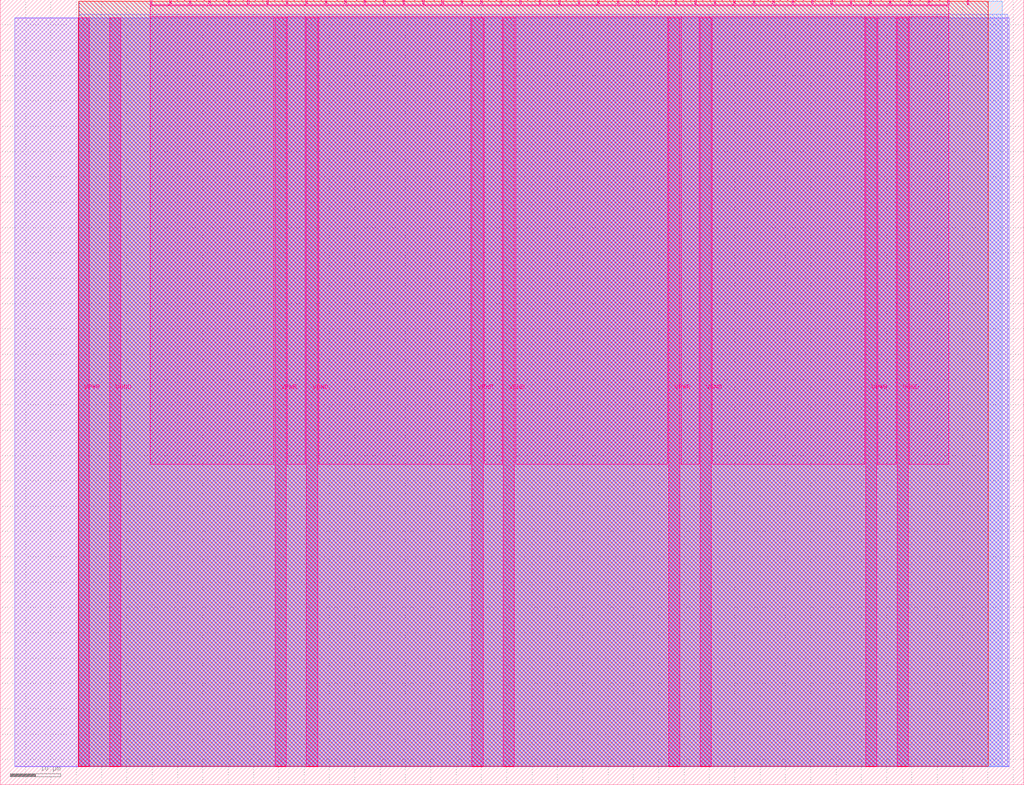
<source format=lef>
VERSION 5.7 ;
  NOWIREEXTENSIONATPIN ON ;
  DIVIDERCHAR "/" ;
  BUSBITCHARS "[]" ;
MACRO tt_um_rebeccargb_colorbars
  CLASS BLOCK ;
  FOREIGN tt_um_rebeccargb_colorbars ;
  ORIGIN 0.000 0.000 ;
  SIZE 202.080 BY 154.980 ;
  PIN VGND
    DIRECTION INOUT ;
    USE GROUND ;
    PORT
      LAYER Metal5 ;
        RECT 21.580 3.560 23.780 151.420 ;
    END
    PORT
      LAYER Metal5 ;
        RECT 60.450 3.560 62.650 151.420 ;
    END
    PORT
      LAYER Metal5 ;
        RECT 99.320 3.560 101.520 151.420 ;
    END
    PORT
      LAYER Metal5 ;
        RECT 138.190 3.560 140.390 151.420 ;
    END
    PORT
      LAYER Metal5 ;
        RECT 177.060 3.560 179.260 151.420 ;
    END
  END VGND
  PIN VPWR
    DIRECTION INOUT ;
    USE POWER ;
    PORT
      LAYER Metal5 ;
        RECT 15.380 3.560 17.580 151.420 ;
    END
    PORT
      LAYER Metal5 ;
        RECT 54.250 3.560 56.450 151.420 ;
    END
    PORT
      LAYER Metal5 ;
        RECT 93.120 3.560 95.320 151.420 ;
    END
    PORT
      LAYER Metal5 ;
        RECT 131.990 3.560 134.190 151.420 ;
    END
    PORT
      LAYER Metal5 ;
        RECT 170.860 3.560 173.060 151.420 ;
    END
  END VPWR
  PIN clk
    DIRECTION INPUT ;
    USE SIGNAL ;
    ANTENNAGATEAREA 0.213200 ;
    PORT
      LAYER Metal5 ;
        RECT 187.050 153.980 187.350 154.980 ;
    END
  END clk
  PIN ena
    DIRECTION INPUT ;
    USE SIGNAL ;
    PORT
      LAYER Metal5 ;
        RECT 190.890 153.980 191.190 154.980 ;
    END
  END ena
  PIN rst_n
    DIRECTION INPUT ;
    USE SIGNAL ;
    ANTENNAGATEAREA 0.629200 ;
    PORT
      LAYER Metal5 ;
        RECT 183.210 153.980 183.510 154.980 ;
    END
  END rst_n
  PIN ui_in[0]
    DIRECTION INPUT ;
    USE SIGNAL ;
    ANTENNAGATEAREA 0.180700 ;
    PORT
      LAYER Metal5 ;
        RECT 179.370 153.980 179.670 154.980 ;
    END
  END ui_in[0]
  PIN ui_in[1]
    DIRECTION INPUT ;
    USE SIGNAL ;
    ANTENNAGATEAREA 0.180700 ;
    PORT
      LAYER Metal5 ;
        RECT 175.530 153.980 175.830 154.980 ;
    END
  END ui_in[1]
  PIN ui_in[2]
    DIRECTION INPUT ;
    USE SIGNAL ;
    ANTENNAGATEAREA 0.213200 ;
    PORT
      LAYER Metal5 ;
        RECT 171.690 153.980 171.990 154.980 ;
    END
  END ui_in[2]
  PIN ui_in[3]
    DIRECTION INPUT ;
    USE SIGNAL ;
    ANTENNAGATEAREA 0.213200 ;
    PORT
      LAYER Metal5 ;
        RECT 167.850 153.980 168.150 154.980 ;
    END
  END ui_in[3]
  PIN ui_in[4]
    DIRECTION INPUT ;
    USE SIGNAL ;
    ANTENNAGATEAREA 0.180700 ;
    PORT
      LAYER Metal5 ;
        RECT 164.010 153.980 164.310 154.980 ;
    END
  END ui_in[4]
  PIN ui_in[5]
    DIRECTION INPUT ;
    USE SIGNAL ;
    ANTENNAGATEAREA 0.180700 ;
    PORT
      LAYER Metal5 ;
        RECT 160.170 153.980 160.470 154.980 ;
    END
  END ui_in[5]
  PIN ui_in[6]
    DIRECTION INPUT ;
    USE SIGNAL ;
    ANTENNAGATEAREA 0.180700 ;
    PORT
      LAYER Metal5 ;
        RECT 156.330 153.980 156.630 154.980 ;
    END
  END ui_in[6]
  PIN ui_in[7]
    DIRECTION INPUT ;
    USE SIGNAL ;
    ANTENNAGATEAREA 0.180700 ;
    PORT
      LAYER Metal5 ;
        RECT 152.490 153.980 152.790 154.980 ;
    END
  END ui_in[7]
  PIN uio_in[0]
    DIRECTION INPUT ;
    USE SIGNAL ;
    PORT
      LAYER Metal5 ;
        RECT 148.650 153.980 148.950 154.980 ;
    END
  END uio_in[0]
  PIN uio_in[1]
    DIRECTION INPUT ;
    USE SIGNAL ;
    PORT
      LAYER Metal5 ;
        RECT 144.810 153.980 145.110 154.980 ;
    END
  END uio_in[1]
  PIN uio_in[2]
    DIRECTION INPUT ;
    USE SIGNAL ;
    PORT
      LAYER Metal5 ;
        RECT 140.970 153.980 141.270 154.980 ;
    END
  END uio_in[2]
  PIN uio_in[3]
    DIRECTION INPUT ;
    USE SIGNAL ;
    PORT
      LAYER Metal5 ;
        RECT 137.130 153.980 137.430 154.980 ;
    END
  END uio_in[3]
  PIN uio_in[4]
    DIRECTION INPUT ;
    USE SIGNAL ;
    PORT
      LAYER Metal5 ;
        RECT 133.290 153.980 133.590 154.980 ;
    END
  END uio_in[4]
  PIN uio_in[5]
    DIRECTION INPUT ;
    USE SIGNAL ;
    PORT
      LAYER Metal5 ;
        RECT 129.450 153.980 129.750 154.980 ;
    END
  END uio_in[5]
  PIN uio_in[6]
    DIRECTION INPUT ;
    USE SIGNAL ;
    PORT
      LAYER Metal5 ;
        RECT 125.610 153.980 125.910 154.980 ;
    END
  END uio_in[6]
  PIN uio_in[7]
    DIRECTION INPUT ;
    USE SIGNAL ;
    PORT
      LAYER Metal5 ;
        RECT 121.770 153.980 122.070 154.980 ;
    END
  END uio_in[7]
  PIN uio_oe[0]
    DIRECTION OUTPUT ;
    USE SIGNAL ;
    ANTENNADIFFAREA 0.392700 ;
    PORT
      LAYER Metal5 ;
        RECT 56.490 153.980 56.790 154.980 ;
    END
  END uio_oe[0]
  PIN uio_oe[1]
    DIRECTION OUTPUT ;
    USE SIGNAL ;
    ANTENNADIFFAREA 0.392700 ;
    PORT
      LAYER Metal5 ;
        RECT 52.650 153.980 52.950 154.980 ;
    END
  END uio_oe[1]
  PIN uio_oe[2]
    DIRECTION OUTPUT ;
    USE SIGNAL ;
    ANTENNADIFFAREA 0.392700 ;
    PORT
      LAYER Metal5 ;
        RECT 48.810 153.980 49.110 154.980 ;
    END
  END uio_oe[2]
  PIN uio_oe[3]
    DIRECTION OUTPUT ;
    USE SIGNAL ;
    ANTENNADIFFAREA 0.392700 ;
    PORT
      LAYER Metal5 ;
        RECT 44.970 153.980 45.270 154.980 ;
    END
  END uio_oe[3]
  PIN uio_oe[4]
    DIRECTION OUTPUT ;
    USE SIGNAL ;
    ANTENNADIFFAREA 0.392700 ;
    PORT
      LAYER Metal5 ;
        RECT 41.130 153.980 41.430 154.980 ;
    END
  END uio_oe[4]
  PIN uio_oe[5]
    DIRECTION OUTPUT ;
    USE SIGNAL ;
    ANTENNADIFFAREA 0.392700 ;
    PORT
      LAYER Metal5 ;
        RECT 37.290 153.980 37.590 154.980 ;
    END
  END uio_oe[5]
  PIN uio_oe[6]
    DIRECTION OUTPUT ;
    USE SIGNAL ;
    ANTENNADIFFAREA 0.392700 ;
    PORT
      LAYER Metal5 ;
        RECT 33.450 153.980 33.750 154.980 ;
    END
  END uio_oe[6]
  PIN uio_oe[7]
    DIRECTION OUTPUT ;
    USE SIGNAL ;
    ANTENNADIFFAREA 0.392700 ;
    PORT
      LAYER Metal5 ;
        RECT 29.610 153.980 29.910 154.980 ;
    END
  END uio_oe[7]
  PIN uio_out[0]
    DIRECTION OUTPUT ;
    USE SIGNAL ;
    ANTENNAGATEAREA 0.279000 ;
    ANTENNADIFFAREA 0.651000 ;
    PORT
      LAYER Metal5 ;
        RECT 87.210 153.980 87.510 154.980 ;
    END
  END uio_out[0]
  PIN uio_out[1]
    DIRECTION OUTPUT ;
    USE SIGNAL ;
    ANTENNAGATEAREA 1.660900 ;
    ANTENNADIFFAREA 0.712400 ;
    PORT
      LAYER Metal5 ;
        RECT 83.370 153.980 83.670 154.980 ;
    END
  END uio_out[1]
  PIN uio_out[2]
    DIRECTION OUTPUT ;
    USE SIGNAL ;
    ANTENNAGATEAREA 1.004400 ;
    ANTENNADIFFAREA 0.706800 ;
    PORT
      LAYER Metal5 ;
        RECT 79.530 153.980 79.830 154.980 ;
    END
  END uio_out[2]
  PIN uio_out[3]
    DIRECTION OUTPUT ;
    USE SIGNAL ;
    ANTENNAGATEAREA 2.377200 ;
    ANTENNADIFFAREA 1.413600 ;
    PORT
      LAYER Metal5 ;
        RECT 75.690 153.980 75.990 154.980 ;
    END
  END uio_out[3]
  PIN uio_out[4]
    DIRECTION OUTPUT ;
    USE SIGNAL ;
    ANTENNAGATEAREA 0.942500 ;
    ANTENNADIFFAREA 0.706800 ;
    PORT
      LAYER Metal5 ;
        RECT 71.850 153.980 72.150 154.980 ;
    END
  END uio_out[4]
  PIN uio_out[5]
    DIRECTION OUTPUT ;
    USE SIGNAL ;
    ANTENNAGATEAREA 1.888900 ;
    ANTENNADIFFAREA 0.706800 ;
    PORT
      LAYER Metal5 ;
        RECT 68.010 153.980 68.310 154.980 ;
    END
  END uio_out[5]
  PIN uio_out[6]
    DIRECTION OUTPUT ;
    USE SIGNAL ;
    ANTENNAGATEAREA 2.117700 ;
    ANTENNADIFFAREA 1.413600 ;
    PORT
      LAYER Metal5 ;
        RECT 64.170 153.980 64.470 154.980 ;
    END
  END uio_out[6]
  PIN uio_out[7]
    DIRECTION OUTPUT ;
    USE SIGNAL ;
    ANTENNAGATEAREA 1.968500 ;
    ANTENNADIFFAREA 1.413600 ;
    PORT
      LAYER Metal5 ;
        RECT 60.330 153.980 60.630 154.980 ;
    END
  END uio_out[7]
  PIN uo_out[0]
    DIRECTION OUTPUT ;
    USE SIGNAL ;
    ANTENNADIFFAREA 0.988000 ;
    PORT
      LAYER Metal5 ;
        RECT 117.930 153.980 118.230 154.980 ;
    END
  END uo_out[0]
  PIN uo_out[1]
    DIRECTION OUTPUT ;
    USE SIGNAL ;
    ANTENNADIFFAREA 0.988000 ;
    PORT
      LAYER Metal5 ;
        RECT 114.090 153.980 114.390 154.980 ;
    END
  END uo_out[1]
  PIN uo_out[2]
    DIRECTION OUTPUT ;
    USE SIGNAL ;
    ANTENNADIFFAREA 0.677200 ;
    PORT
      LAYER Metal5 ;
        RECT 110.250 153.980 110.550 154.980 ;
    END
  END uo_out[2]
  PIN uo_out[3]
    DIRECTION OUTPUT ;
    USE SIGNAL ;
    ANTENNADIFFAREA 0.706800 ;
    PORT
      LAYER Metal5 ;
        RECT 106.410 153.980 106.710 154.980 ;
    END
  END uo_out[3]
  PIN uo_out[4]
    DIRECTION OUTPUT ;
    USE SIGNAL ;
    ANTENNADIFFAREA 0.677200 ;
    PORT
      LAYER Metal5 ;
        RECT 102.570 153.980 102.870 154.980 ;
    END
  END uo_out[4]
  PIN uo_out[5]
    DIRECTION OUTPUT ;
    USE SIGNAL ;
    ANTENNADIFFAREA 0.651000 ;
    PORT
      LAYER Metal5 ;
        RECT 98.730 153.980 99.030 154.980 ;
    END
  END uo_out[5]
  PIN uo_out[6]
    DIRECTION OUTPUT ;
    USE SIGNAL ;
    ANTENNADIFFAREA 0.677200 ;
    PORT
      LAYER Metal5 ;
        RECT 94.890 153.980 95.190 154.980 ;
    END
  END uo_out[6]
  PIN uo_out[7]
    DIRECTION OUTPUT ;
    USE SIGNAL ;
    ANTENNADIFFAREA 0.654800 ;
    PORT
      LAYER Metal5 ;
        RECT 91.050 153.980 91.350 154.980 ;
    END
  END uo_out[7]
  OBS
      LAYER GatPoly ;
        RECT 2.880 3.630 199.200 151.350 ;
      LAYER Metal1 ;
        RECT 2.880 3.560 199.200 151.420 ;
      LAYER Metal2 ;
        RECT 15.515 3.680 198.865 152.140 ;
      LAYER Metal3 ;
        RECT 15.560 3.635 197.860 154.705 ;
      LAYER Metal4 ;
        RECT 15.515 3.680 195.025 154.660 ;
      LAYER Metal5 ;
        RECT 30.120 153.770 33.240 153.980 ;
        RECT 33.960 153.770 37.080 153.980 ;
        RECT 37.800 153.770 40.920 153.980 ;
        RECT 41.640 153.770 44.760 153.980 ;
        RECT 45.480 153.770 48.600 153.980 ;
        RECT 49.320 153.770 52.440 153.980 ;
        RECT 53.160 153.770 56.280 153.980 ;
        RECT 57.000 153.770 60.120 153.980 ;
        RECT 60.840 153.770 63.960 153.980 ;
        RECT 64.680 153.770 67.800 153.980 ;
        RECT 68.520 153.770 71.640 153.980 ;
        RECT 72.360 153.770 75.480 153.980 ;
        RECT 76.200 153.770 79.320 153.980 ;
        RECT 80.040 153.770 83.160 153.980 ;
        RECT 83.880 153.770 87.000 153.980 ;
        RECT 87.720 153.770 90.840 153.980 ;
        RECT 91.560 153.770 94.680 153.980 ;
        RECT 95.400 153.770 98.520 153.980 ;
        RECT 99.240 153.770 102.360 153.980 ;
        RECT 103.080 153.770 106.200 153.980 ;
        RECT 106.920 153.770 110.040 153.980 ;
        RECT 110.760 153.770 113.880 153.980 ;
        RECT 114.600 153.770 117.720 153.980 ;
        RECT 118.440 153.770 121.560 153.980 ;
        RECT 122.280 153.770 125.400 153.980 ;
        RECT 126.120 153.770 129.240 153.980 ;
        RECT 129.960 153.770 133.080 153.980 ;
        RECT 133.800 153.770 136.920 153.980 ;
        RECT 137.640 153.770 140.760 153.980 ;
        RECT 141.480 153.770 144.600 153.980 ;
        RECT 145.320 153.770 148.440 153.980 ;
        RECT 149.160 153.770 152.280 153.980 ;
        RECT 153.000 153.770 156.120 153.980 ;
        RECT 156.840 153.770 159.960 153.980 ;
        RECT 160.680 153.770 163.800 153.980 ;
        RECT 164.520 153.770 167.640 153.980 ;
        RECT 168.360 153.770 171.480 153.980 ;
        RECT 172.200 153.770 175.320 153.980 ;
        RECT 176.040 153.770 179.160 153.980 ;
        RECT 179.880 153.770 183.000 153.980 ;
        RECT 183.720 153.770 186.840 153.980 ;
        RECT 29.660 151.630 187.300 153.770 ;
        RECT 29.660 63.275 54.040 151.630 ;
        RECT 56.660 63.275 60.240 151.630 ;
        RECT 62.860 63.275 92.910 151.630 ;
        RECT 95.530 63.275 99.110 151.630 ;
        RECT 101.730 63.275 131.780 151.630 ;
        RECT 134.400 63.275 137.980 151.630 ;
        RECT 140.600 63.275 170.650 151.630 ;
        RECT 173.270 63.275 176.850 151.630 ;
        RECT 179.470 63.275 187.300 151.630 ;
  END
END tt_um_rebeccargb_colorbars
END LIBRARY


</source>
